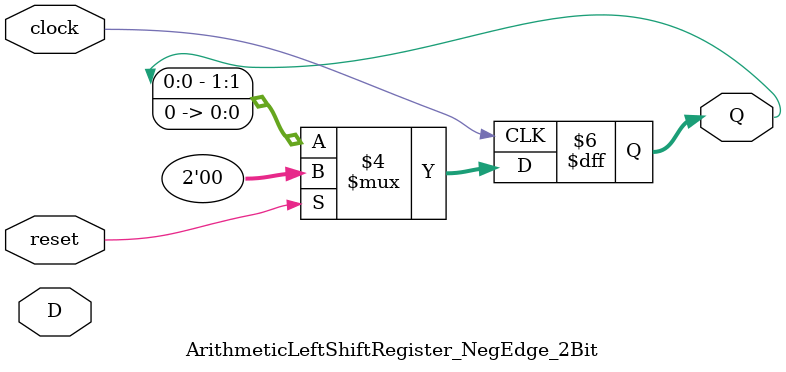
<source format=v>
module ArithmeticLeftShiftRegister_NegEdge_2Bit (clock, reset, D, Q);
    input clock;
    input reset;
    input [1:0] D;
    output reg [1:0] Q;

    always @(negedge clock)
    begin
        if (reset)
            Q = 2'b00;
        else
            Q = Q << 1 ;        
    end
endmodule

</source>
